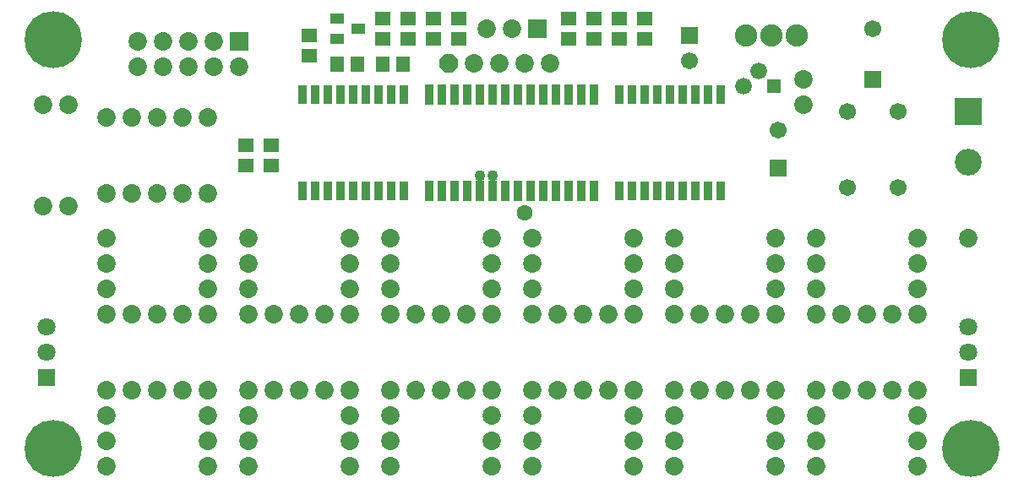
<source format=gts>
%FSLAX23Y23*%
%MOIN*%
G70*
G01*
G75*
G04 Layer_Color=8388736*
%ADD10R,0.050X0.035*%
%ADD11R,0.054X0.050*%
%ADD12R,0.050X0.054*%
%ADD13C,0.055*%
%ADD14R,0.025X0.070*%
%ADD15R,0.025X0.075*%
%ADD16C,0.015*%
%ADD17C,0.025*%
%ADD18C,0.030*%
%ADD19C,0.040*%
%ADD20C,0.010*%
%ADD21C,0.020*%
%ADD22C,0.050*%
%ADD23C,0.065*%
%ADD24C,0.063*%
%ADD25R,0.063X0.063*%
%ADD26C,0.035*%
%ADD27P,0.070X8X22.5*%
%ADD28R,0.059X0.059*%
%ADD29C,0.059*%
%ADD30C,0.080*%
%ADD31C,0.059*%
%ADD32R,0.065X0.065*%
%ADD33C,0.217*%
%ADD34C,0.098*%
%ADD35R,0.098X0.098*%
%ADD36R,0.050X0.050*%
%ADD37C,0.058*%
%ADD38C,0.058*%
%ADD39C,0.040*%
%ADD40C,0.060*%
%ADD41C,0.014*%
%ADD42C,0.008*%
%ADD43C,0.008*%
%ADD44C,0.010*%
%ADD45C,0.010*%
%ADD46R,0.400X0.050*%
%ADD47R,0.058X0.043*%
%ADD48R,0.062X0.058*%
%ADD49R,0.058X0.062*%
%ADD50C,0.063*%
%ADD51R,0.033X0.078*%
%ADD52R,0.033X0.083*%
%ADD53C,0.073*%
%ADD54C,0.071*%
%ADD55R,0.071X0.071*%
%ADD56C,0.043*%
%ADD57P,0.079X8X22.5*%
%ADD58R,0.067X0.067*%
%ADD59C,0.067*%
%ADD60C,0.088*%
%ADD61C,0.067*%
%ADD62R,0.073X0.073*%
%ADD63C,0.225*%
%ADD64C,0.106*%
%ADD65R,0.106X0.106*%
%ADD66R,0.058X0.058*%
%ADD67C,0.066*%
%ADD68C,0.066*%
D47*
X-690Y1315D02*
D03*
Y1235D02*
D03*
X-605Y1275D02*
D03*
D48*
X-800Y1170D02*
D03*
Y1250D02*
D03*
X-210Y1315D02*
D03*
Y1235D02*
D03*
X-310D02*
D03*
Y1315D02*
D03*
X-410Y1235D02*
D03*
Y1315D02*
D03*
X-510D02*
D03*
Y1235D02*
D03*
X525D02*
D03*
Y1315D02*
D03*
X425D02*
D03*
Y1235D02*
D03*
X325D02*
D03*
Y1315D02*
D03*
X225Y1235D02*
D03*
Y1315D02*
D03*
X-950Y735D02*
D03*
Y815D02*
D03*
X-1050Y735D02*
D03*
Y815D02*
D03*
D49*
X-690Y1135D02*
D03*
X-610D02*
D03*
X-510D02*
D03*
X-430D02*
D03*
D50*
X50Y550D02*
D03*
D51*
X425Y635D02*
D03*
Y1015D02*
D03*
X825D02*
D03*
X775D02*
D03*
Y635D02*
D03*
X825D02*
D03*
X525Y1015D02*
D03*
X475D02*
D03*
Y635D02*
D03*
X525D02*
D03*
X725Y1015D02*
D03*
X675D02*
D03*
X625D02*
D03*
X575D02*
D03*
Y635D02*
D03*
X625D02*
D03*
X675D02*
D03*
X725D02*
D03*
X-425Y1015D02*
D03*
X-475D02*
D03*
X-525D02*
D03*
X-575D02*
D03*
X-625D02*
D03*
X-675D02*
D03*
X-725D02*
D03*
X-775D02*
D03*
X-825D02*
D03*
Y635D02*
D03*
X-775D02*
D03*
X-725D02*
D03*
X-425D02*
D03*
X-475D02*
D03*
X-525D02*
D03*
X-575D02*
D03*
X-625D02*
D03*
X-675D02*
D03*
D52*
X-325D02*
D03*
X-275D02*
D03*
X-225D02*
D03*
X25D02*
D03*
X75D02*
D03*
X125D02*
D03*
X175D02*
D03*
X225D02*
D03*
X275D02*
D03*
X325D02*
D03*
Y1015D02*
D03*
X275D02*
D03*
X225D02*
D03*
X175D02*
D03*
X125D02*
D03*
X75D02*
D03*
X25D02*
D03*
X-25D02*
D03*
X-75D02*
D03*
X-125D02*
D03*
X-175D02*
D03*
X-225D02*
D03*
X-275D02*
D03*
X-325D02*
D03*
X-175Y635D02*
D03*
X-125D02*
D03*
X-75D02*
D03*
X-25D02*
D03*
D53*
X-640Y-250D02*
D03*
X-1040D02*
D03*
X-1600Y-450D02*
D03*
X-1200D02*
D03*
X1500Y150D02*
D03*
X1600Y450D02*
D03*
X1500Y-150D02*
D03*
X-1300Y625D02*
D03*
Y925D02*
D03*
X-1200Y250D02*
D03*
X-640D02*
D03*
X-80D02*
D03*
X480D02*
D03*
X1040D02*
D03*
X1600D02*
D03*
X-1750Y975D02*
D03*
X-1200Y-250D02*
D03*
X-80D02*
D03*
X480D02*
D03*
X1040D02*
D03*
X1600D02*
D03*
X-1850Y975D02*
D03*
X-1400Y625D02*
D03*
Y925D02*
D03*
X-1500Y150D02*
D03*
X-1400D02*
D03*
Y-150D02*
D03*
X-1500D02*
D03*
X-940Y150D02*
D03*
X-840D02*
D03*
Y-150D02*
D03*
X-940D02*
D03*
X-380Y150D02*
D03*
X-280D02*
D03*
Y-150D02*
D03*
X-380D02*
D03*
X180Y150D02*
D03*
X280D02*
D03*
Y-150D02*
D03*
X180D02*
D03*
X1300Y150D02*
D03*
X1400D02*
D03*
Y-150D02*
D03*
X1300D02*
D03*
X-50Y1140D02*
D03*
X-150D02*
D03*
X50D02*
D03*
X150D02*
D03*
X1150Y1075D02*
D03*
Y975D02*
D03*
X-1750Y575D02*
D03*
X-1850D02*
D03*
X-1200Y625D02*
D03*
Y925D02*
D03*
X-1500D02*
D03*
X-1600D02*
D03*
Y625D02*
D03*
X-1500D02*
D03*
X-1200Y150D02*
D03*
Y-150D02*
D03*
X-1600Y150D02*
D03*
X-1300D02*
D03*
Y-150D02*
D03*
X-1600D02*
D03*
X480Y150D02*
D03*
Y-150D02*
D03*
X80D02*
D03*
X380D02*
D03*
Y150D02*
D03*
X80D02*
D03*
X1200Y-150D02*
D03*
X1600D02*
D03*
Y150D02*
D03*
X1200D02*
D03*
X-1600Y-250D02*
D03*
X-1040Y-450D02*
D03*
X-640D02*
D03*
X-480D02*
D03*
X-80D02*
D03*
X-480Y-250D02*
D03*
X80Y-450D02*
D03*
X480D02*
D03*
X80Y-250D02*
D03*
X640D02*
D03*
X1200D02*
D03*
Y250D02*
D03*
Y450D02*
D03*
X640Y250D02*
D03*
Y450D02*
D03*
X1040D02*
D03*
X80Y250D02*
D03*
Y450D02*
D03*
X480D02*
D03*
X-480Y250D02*
D03*
Y450D02*
D03*
X-80D02*
D03*
X-1040D02*
D03*
X-640D02*
D03*
X-1040Y250D02*
D03*
X-640Y150D02*
D03*
Y-150D02*
D03*
X-1040D02*
D03*
X-740D02*
D03*
Y150D02*
D03*
X-1040D02*
D03*
X-1600Y450D02*
D03*
X-1200D02*
D03*
X-1600Y250D02*
D03*
X-1175Y1225D02*
D03*
X-1275D02*
D03*
X-1175Y1125D02*
D03*
X-1075D02*
D03*
X-1275D02*
D03*
X-1375Y1225D02*
D03*
Y1125D02*
D03*
X-1475Y1225D02*
D03*
Y1125D02*
D03*
X0Y1275D02*
D03*
X-100D02*
D03*
X-480Y-150D02*
D03*
X-180D02*
D03*
Y150D02*
D03*
X-480D02*
D03*
X-80Y-150D02*
D03*
Y150D02*
D03*
X640Y-150D02*
D03*
X940D02*
D03*
Y150D02*
D03*
X640D02*
D03*
X1040Y-150D02*
D03*
Y150D02*
D03*
X740Y-150D02*
D03*
X840D02*
D03*
Y150D02*
D03*
X740D02*
D03*
X1040Y-450D02*
D03*
X640D02*
D03*
X1200D02*
D03*
X1600D02*
D03*
X1800Y450D02*
D03*
X1200Y-350D02*
D03*
X1600D02*
D03*
X640D02*
D03*
X1040D02*
D03*
X80D02*
D03*
X480D02*
D03*
X-480D02*
D03*
X-80D02*
D03*
X-1040D02*
D03*
X-640D02*
D03*
X-1600D02*
D03*
X-1200D02*
D03*
X-1600Y350D02*
D03*
X-1200D02*
D03*
X-1040D02*
D03*
X-640D02*
D03*
X-480D02*
D03*
X-80D02*
D03*
X80D02*
D03*
X480D02*
D03*
X640D02*
D03*
X1040D02*
D03*
X1200D02*
D03*
X1600D02*
D03*
D54*
X-1835Y100D02*
D03*
Y0D02*
D03*
X1800Y100D02*
D03*
Y0D02*
D03*
D55*
X-1835Y-100D02*
D03*
X1800D02*
D03*
D56*
X-125Y695D02*
D03*
X-75D02*
D03*
D57*
X-250Y1140D02*
D03*
D58*
X1050Y725D02*
D03*
X700Y1250D02*
D03*
X1425Y1075D02*
D03*
D59*
X1050Y875D02*
D03*
X700Y1150D02*
D03*
X1425Y1275D02*
D03*
D60*
X1125Y1250D02*
D03*
X1025D02*
D03*
X925D02*
D03*
D61*
X1325Y650D02*
D03*
X1525D02*
D03*
Y950D02*
D03*
X1325D02*
D03*
D62*
X-1075Y1225D02*
D03*
X100Y1275D02*
D03*
D63*
X1811Y-383D02*
D03*
Y1231D02*
D03*
X-1811D02*
D03*
Y-383D02*
D03*
D64*
X1800Y750D02*
D03*
D65*
Y950D02*
D03*
D66*
X1035Y1050D02*
D03*
D67*
X975Y1110D02*
D03*
D68*
X915Y1050D02*
D03*
M02*

</source>
